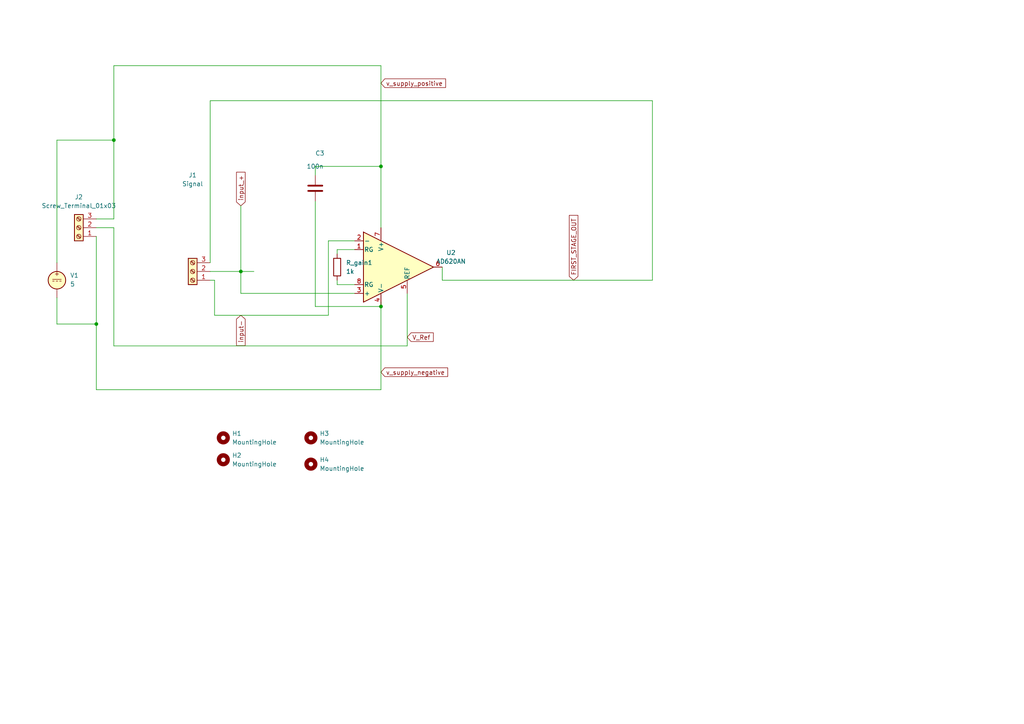
<source format=kicad_sch>
(kicad_sch (version 20230121) (generator eeschema)
  (paper "A4")
  (lib_symbols
    (symbol "Amplifier_Instrumentation_AKL:AD620AN" (pin_names (offset 0.2))
      (property "Reference" "U" (at 6.35 7.62 0))
      (property "Value" "AD620AN" (at 6.35 5.08 0))
      (symbol "AD620AN_0_1"
        (polyline (pts (xy -8.89 10.16) (xy -8.89 -10.16) (xy 11.43 0) (xy -8.89 10.16)) (stroke (width 0.254)) (fill (type background)))
      )
      (symbol "AD620AN_1_1"
        (pin passive line (at -11.43 5.08 0) (length 2.54) (name "RG") (number "1"))
        (pin input line (at -11.43 7.62 0) (length 2.54) (name "-") (number "2"))
        (pin input line (at -11.43 -7.62 0) (length 2.54) (name "+") (number "3"))
        (pin power_in line (at -3.81 -11.43 90) (length 3.81) (name "V-") (number "4"))
        (pin input line (at 3.81 -7.62 90) (length 3.81) (name "REF") (number "5"))
        (pin output line (at 13.97 0 180) (length 2.54) (name "~") (number "6"))
        (pin power_in line (at -3.81 11.43 270) (length 3.81) (name "V+") (number "7"))
        (pin passive line (at -11.43 -5.08 0) (length 2.54) (name "RG") (number "8"))
      )
    )
    (symbol "Connector:Screw_Terminal_01x03" (pin_names (offset 1.016) hide)
      (property "Reference" "J" (at 0 5.08 0))
      (property "Value" "Screw_Terminal_01x03" (at 0 -5.08 0))
      (symbol "Screw_Terminal_01x03_1_1"
        (rectangle (start -1.27 3.81) (end 1.27 -3.81) (stroke (width 0.254)) (fill (type background)))
        (circle (center 0 -2.54) (radius 0.635) (stroke (width 0.1524)))
        (polyline (pts (xy -0.5334 -2.2098) (xy 0.3302 -3.048)) (stroke (width 0.1524)))
        (polyline (pts (xy -0.5334 0.3302) (xy 0.3302 -0.508)) (stroke (width 0.1524)))
        (polyline (pts (xy -0.5334 2.8702) (xy 0.3302 2.032)) (stroke (width 0.1524)))
        (polyline (pts (xy -0.3556 -2.032) (xy 0.508 -2.8702)) (stroke (width 0.1524)))
        (polyline (pts (xy -0.3556 0.508) (xy 0.508 -0.3302)) (stroke (width 0.1524)))
        (polyline (pts (xy -0.3556 3.048) (xy 0.508 2.2098)) (stroke (width 0.1524)))
        (circle (center 0 0) (radius 0.635) (stroke (width 0.1524)))
        (circle (center 0 2.54) (radius 0.635) (stroke (width 0.1524)))
        (pin passive line (at -5.08 2.54 0) (length 3.81) (name "Pin_1") (number "1"))
        (pin passive line (at -5.08 0 0) (length 3.81) (name "Pin_2") (number "2"))
        (pin passive line (at -5.08 -2.54 0) (length 3.81) (name "Pin_3") (number "3"))
      )
    )
    (symbol "Device:C" (pin_numbers hide) (pin_names (offset 0.254))
      (property "Reference" "C" (at 0.635 2.54 0))
      (property "Value" "C" (at 0.635 -2.54 0))
      (symbol "C_0_1"
        (polyline (pts (xy -2.032 -0.762) (xy 2.032 -0.762)) (stroke (width 0.508)))
        (polyline (pts (xy -2.032 0.762) (xy 2.032 0.762)) (stroke (width 0.508)))
      )
      (symbol "C_1_1"
        (pin passive line (at 0 3.81 270) (length 2.794) (name "~") (number "1"))
        (pin passive line (at 0 -3.81 90) (length 2.794) (name "~") (number "2"))
      )
    )
    (symbol "Device:R" (pin_numbers hide) (pin_names (offset 0))
      (property "Reference" "R" (at 2.032 0 90))
      (property "Value" "R" (at 0 0 90))
      (symbol "R_0_1"
        (rectangle (start -1.016 -2.54) (end 1.016 2.54) (stroke (width 0.254)))
      )
      (symbol "R_1_1"
        (pin passive line (at 0 3.81 270) (length 1.27) (name "~") (number "1"))
        (pin passive line (at 0 -3.81 90) (length 1.27) (name "~") (number "2"))
      )
    )
    (symbol "Mechanical:MountingHole" (pin_names (offset 1.016))
      (property "Reference" "H" (at 0 5.08 0))
      (property "Value" "MountingHole" (at 0 3.175 0))
      (symbol "MountingHole_0_1"
        (circle (center 0 0) (radius 1.27) (stroke (width 1.27)))
      )
    )
    (symbol "Simulation_SPICE:VDC" (pin_numbers hide) (pin_names (offset 0.0254))
      (property "Reference" "V" (at 2.54 2.54 0))
      (property "Value" "1" (at 2.54 0 0))
      (symbol "VDC_0_0"
        (polyline (pts (xy -1.27 0.254) (xy 1.27 0.254)))
        (polyline (pts (xy -0.762 -0.254) (xy -1.27 -0.254)))
        (polyline (pts (xy 0.254 -0.254) (xy -0.254 -0.254)))
        (polyline (pts (xy 1.27 -0.254) (xy 0.762 -0.254)))
        (text "+" (at 0 1.905 0) (effects (font (size 1.27 1.27))))
      )
      (symbol "VDC_0_1"
        (circle (center 0 0) (radius 2.54) (stroke (width 0.254)) (fill (type background)))
      )
      (symbol "VDC_1_1"
        (pin passive line (at 0 5.08 270) (length 2.54) (name "~") (number "1"))
        (pin passive line (at 0 -5.08 90) (length 2.54) (name "~") (number "2"))
      )
    )
  )
  (junction (at 69.85 78.74))
  (junction (at 110.49 88.9))
  (junction (at 27.94 93.98))
  (junction (at 110.49 48.26))
  (junction (at 33.02 40.64))
  (wire (pts (xy 110.49 48.26) (xy 110.49 66.04)))
  (wire (pts (xy 97.79 82.55) (xy 97.79 81.28)))
  (wire (pts (xy 33.02 100.33) (xy 118.11 100.33)))
  (wire (pts (xy 27.94 66.04) (xy 33.02 66.04)))
  (wire (pts (xy 128.27 81.28) (xy 189.23 81.28)))
  (wire (pts (xy 60.96 29.21) (xy 60.96 76.2)))
  (wire (pts (xy 62.23 91.44) (xy 95.25 91.44)))
  (wire (pts (xy 69.85 85.09) (xy 102.87 85.09)))
  (wire (pts (xy 60.96 78.74) (xy 69.85 78.74)))
  (wire (pts (xy 33.02 19.05) (xy 110.49 19.05)))
  (wire (pts (xy 33.02 66.04) (xy 33.02 100.33)))
  (wire (pts (xy 33.02 40.64) (xy 33.02 19.05)))
  (wire (pts (xy 189.23 29.21) (xy 60.96 29.21)))
  (wire (pts (xy 118.11 100.33) (xy 118.11 85.09)))
  (wire (pts (xy 102.87 72.39) (xy 97.79 72.39)))
  (wire (pts (xy 95.25 69.85) (xy 102.87 69.85)))
  (wire (pts (xy 33.02 63.5) (xy 27.94 63.5)))
  (wire (pts (xy 27.94 113.03) (xy 110.49 113.03)))
  (wire (pts (xy 91.44 88.9) (xy 91.44 58.42)))
  (wire (pts (xy 110.49 88.9) (xy 91.44 88.9)))
  (wire (pts (xy 91.44 48.26) (xy 91.44 50.8)))
  (wire (pts (xy 110.49 87.63) (xy 110.49 88.9)))
  (wire (pts (xy 16.51 93.98) (xy 27.94 93.98)))
  (wire (pts (xy 27.94 93.98) (xy 27.94 113.03)))
  (wire (pts (xy 110.49 19.05) (xy 110.49 48.26)))
  (wire (pts (xy 128.27 81.28) (xy 128.27 77.47)))
  (wire (pts (xy 33.02 40.64) (xy 33.02 63.5)))
  (wire (pts (xy 62.23 81.28) (xy 60.96 81.28)))
  (wire (pts (xy 62.23 91.44) (xy 62.23 81.28)))
  (wire (pts (xy 69.85 78.74) (xy 73.66 78.74)))
  (wire (pts (xy 97.79 72.39) (xy 97.79 73.66)))
  (wire (pts (xy 16.51 86.36) (xy 16.51 93.98)))
  (wire (pts (xy 33.02 40.64) (xy 16.51 40.64)))
  (wire (pts (xy 16.51 40.64) (xy 16.51 76.2)))
  (wire (pts (xy 110.49 88.9) (xy 110.49 113.03)))
  (wire (pts (xy 69.85 78.74) (xy 69.85 85.09)))
  (wire (pts (xy 27.94 68.58) (xy 27.94 93.98)))
  (wire (pts (xy 69.85 59.69) (xy 69.85 78.74)))
  (wire (pts (xy 189.23 81.28) (xy 189.23 29.21)))
  (wire (pts (xy 95.25 91.44) (xy 95.25 69.85)))
  (wire (pts (xy 102.87 82.55) (xy 97.79 82.55)))
  (wire (pts (xy 91.44 48.26) (xy 110.49 48.26)))
  (global_label "input_+" (shape input) (at 69.85 59.69 90) (property "Intersheetrefs" "${INTERSHEET_REFS}" (effects hide)))
  (global_label "FIRST_STAGE_OUT" (shape input) (at 166.37 81.28 90) (property "Intersheetrefs" "${INTERSHEET_REFS}" (effects hide)))
  (global_label "v_supply_negative" (shape input) (at 110.49 107.95 0) (property "Intersheetrefs" "${INTERSHEET_REFS}" (effects hide)))
  (global_label "V_Ref" (shape input) (at 118.11 97.79 0) (property "Intersheetrefs" "${INTERSHEET_REFS}" (effects hide)))
  (global_label "v_supply_positive" (shape input) (at 110.49 24.13 0) (property "Intersheetrefs" "${INTERSHEET_REFS}" (effects hide)))
  (global_label "input-" (shape input) (at 69.85 91.44 270) (property "Intersheetrefs" "${INTERSHEET_REFS}" (effects hide)))
  (symbol (lib_id "Mechanical:MountingHole") (at 90.17 127 0) (unit 1)
    (property "Reference" "H3" (at 92.71 125.73 0) (effects (justify left)))
    (property "Value" "MountingHole" (at 92.71 128.27 0) (effects (justify left)))
    (property "Footprint" "MountingHole:MountingHole_3.2mm_M3_DIN965" (effects hide))
  )
  (symbol (lib_id "Connector:Screw_Terminal_01x03") (at 22.86 66.04 180) (unit 1)
    (property "Reference" "J2" (at 22.86 57.15 0))
    (property "Value" "Screw_Terminal_01x03" (at 22.86 59.69 0))
    (property "Footprint" "TerminalBlock_MetzConnect:TerminalBlock_MetzConnect_Type101_RT01603HBWC_1x03_P5.08mm_Horizontal" (effects hide))
  )
  (symbol (lib_id "Connector:Screw_Terminal_01x03") (at 55.88 78.74 180) (unit 1)
    (property "Reference" "J1" (at 55.88 50.8 0))
    (property "Value" "Signal" (at 55.88 53.34 0))
    (property "Footprint" "TerminalBlock_MetzConnect:TerminalBlock_MetzConnect_Type101_RT01603HBWC_1x03_P5.08mm_Horizontal" (effects hide))
  )
  (symbol (lib_id "Device:R") (at 97.79 77.47 0) (unit 1)
    (property "Reference" "R_gain1" (at 100.33 76.2 0) (effects (justify left)))
    (property "Value" "1k" (at 100.33 78.74 0) (effects (justify left)))
    (property "Footprint" "Resistor_THT:R_Axial_DIN0207_L6.3mm_D2.5mm_P7.62mm_Horizontal" (effects hide))
  )
  (symbol (lib_id "Mechanical:MountingHole") (at 64.77 133.35 0) (unit 1)
    (property "Reference" "H2" (at 67.31 132.08 0) (effects (justify left)))
    (property "Value" "MountingHole" (at 67.31 134.62 0) (effects (justify left)))
    (property "Footprint" "MountingHole:MountingHole_3.2mm_M3_DIN965" (effects hide))
  )
  (symbol (lib_id "Mechanical:MountingHole") (at 90.17 134.62 0) (unit 1)
    (property "Reference" "H4" (at 92.71 133.35 0) (effects (justify left)))
    (property "Value" "MountingHole" (at 92.71 135.89 0) (effects (justify left)))
    (property "Footprint" "MountingHole:MountingHole_3.2mm_M3_DIN965" (effects hide))
  )
  (symbol (lib_id "Mechanical:MountingHole") (at 64.77 127 0) (unit 1)
    (property "Reference" "H1" (at 67.31 125.73 0) (effects (justify left)))
    (property "Value" "MountingHole" (at 67.31 128.27 0) (effects (justify left)))
    (property "Footprint" "MountingHole:MountingHole_3.2mm_M3_DIN965" (effects hide))
  )
  (symbol (lib_id "Simulation_SPICE:VDC") (at 16.51 81.28 0) (unit 1) (on_board no)
    (property "Reference" "V1" (at 20.32 79.8802 0) (effects (justify left)))
    (property "Value" "5" (at 20.32 82.4202 0) (effects (justify left)))
    (property "Sim.Pins" "1=+ 2=-" (effects hide))
    (property "Sim.Type" "DC" (effects hide))
    (property "Sim.Device" "V" (effects hide))
  )
  (symbol (lib_id "Amplifier_Instrumentation_AKL:AD620AN") (at 114.3 77.47 0) (unit 1)
    (property "Reference" "U2" (at 130.81 73.2791 0))
    (property "Value" "AD620AN" (at 130.81 75.8191 0))
    (property "Footprint" "Package_DIP_AKL:DIP-8_W7.62mm_LongPads" (effects hide))
    (property "Datasheet" "https://www.tme.eu/Document/de9a08b67e9450f4486d6cddaad0935c/ad620anz.pdf" (effects hide))
  )
  (symbol (lib_id "Device:C") (at 91.44 54.61 0) (unit 1)
    (property "Reference" "C3" (at 91.44 44.45 0) (effects (justify left)))
    (property "Value" "100n" (at 88.9 48.26 0) (effects (justify left)))
    (property "Footprint" "Capacitor_THT_AKL:C_Disc_D7.5mm_W2.5mm_P5.00mm" (effects hide))
    (property "Sim.Device" "C" (effects hide))
    (property "Sim.Pins" "1=+ 2=-" (effects hide))
  )
)
</source>
